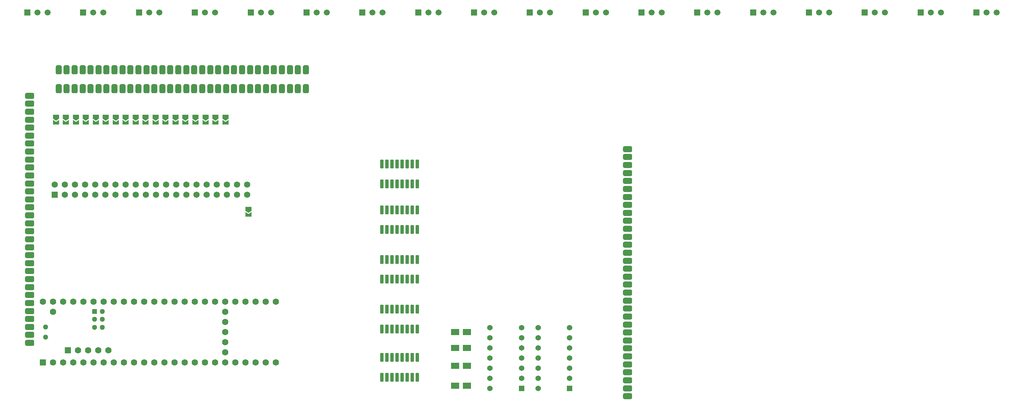
<source format=gbr>
%TF.GenerationSoftware,KiCad,Pcbnew,8.0.3-1.fc40*%
%TF.CreationDate,2024-06-20T20:24:08-04:00*%
%TF.ProjectId,sampler_split_sensor,73616d70-6c65-4725-9f73-706c69745f73,rev?*%
%TF.SameCoordinates,Original*%
%TF.FileFunction,Soldermask,Top*%
%TF.FilePolarity,Negative*%
%FSLAX46Y46*%
G04 Gerber Fmt 4.6, Leading zero omitted, Abs format (unit mm)*
G04 Created by KiCad (PCBNEW 8.0.3-1.fc40) date 2024-06-20 20:24:08*
%MOMM*%
%LPD*%
G01*
G04 APERTURE LIST*
G04 Aperture macros list*
%AMRoundRect*
0 Rectangle with rounded corners*
0 $1 Rounding radius*
0 $2 $3 $4 $5 $6 $7 $8 $9 X,Y pos of 4 corners*
0 Add a 4 corners polygon primitive as box body*
4,1,4,$2,$3,$4,$5,$6,$7,$8,$9,$2,$3,0*
0 Add four circle primitives for the rounded corners*
1,1,$1+$1,$2,$3*
1,1,$1+$1,$4,$5*
1,1,$1+$1,$6,$7*
1,1,$1+$1,$8,$9*
0 Add four rect primitives between the rounded corners*
20,1,$1+$1,$2,$3,$4,$5,0*
20,1,$1+$1,$4,$5,$6,$7,0*
20,1,$1+$1,$6,$7,$8,$9,0*
20,1,$1+$1,$8,$9,$2,$3,0*%
%AMFreePoly0*
4,1,6,0.500000,-0.750000,-0.650000,-0.750000,-0.150000,0.000000,-0.650000,0.750000,0.500000,0.750000,0.500000,-0.750000,0.500000,-0.750000,$1*%
%AMFreePoly1*
4,1,6,1.000000,0.000000,0.500000,-0.750000,-0.500000,-0.750000,-0.500000,0.750000,0.500000,0.750000,1.000000,0.000000,1.000000,0.000000,$1*%
G04 Aperture macros list end*
%ADD10RoundRect,0.381000X0.381000X-0.762000X0.381000X0.762000X-0.381000X0.762000X-0.381000X-0.762000X0*%
%ADD11RoundRect,0.381000X-0.381000X0.762000X-0.381000X-0.762000X0.381000X-0.762000X0.381000X0.762000X0*%
%ADD12R,1.500000X1.500000*%
%ADD13C,1.500000*%
%ADD14C,1.374000*%
%ADD15RoundRect,0.102000X0.585000X0.585000X-0.585000X0.585000X-0.585000X-0.585000X0.585000X-0.585000X0*%
%ADD16RoundRect,0.099250X0.297750X-0.987750X0.297750X0.987750X-0.297750X0.987750X-0.297750X-0.987750X0*%
%ADD17FreePoly0,270.000000*%
%ADD18FreePoly1,270.000000*%
%ADD19FreePoly1,0.000000*%
%ADD20FreePoly1,180.000000*%
%ADD21RoundRect,0.381000X-0.762000X-0.381000X0.762000X-0.381000X0.762000X0.381000X-0.762000X0.381000X0*%
%ADD22RoundRect,0.102000X-0.685000X-0.685000X0.685000X-0.685000X0.685000X0.685000X-0.685000X0.685000X0*%
%ADD23C,1.574000*%
%ADD24R,1.600000X1.600000*%
%ADD25C,1.600000*%
%ADD26R,1.300000X1.300000*%
%ADD27C,1.300000*%
G04 APERTURE END LIST*
D10*
%TO.C,J5*%
X23799999Y-50200000D03*
X25799998Y-50200000D03*
X27799999Y-50200000D03*
X29800000Y-50200000D03*
X31799999Y-50200000D03*
X33799999Y-50200000D03*
X35799999Y-50200000D03*
X37799999Y-50200000D03*
X39799998Y-50200000D03*
X41799999Y-50200000D03*
X43800000Y-50200000D03*
X45799999Y-50200000D03*
X47799999Y-50200000D03*
X49799999Y-50200000D03*
X51799999Y-50200000D03*
X53799999Y-50200000D03*
X55799999Y-50200000D03*
X57799998Y-50200000D03*
X59799999Y-50200000D03*
X61800000Y-50200000D03*
X63799999Y-50200000D03*
X65799999Y-50200000D03*
X67799999Y-50200000D03*
X69799999Y-50200000D03*
X71799998Y-50200000D03*
X73799999Y-50200000D03*
X75800000Y-50200000D03*
X77799999Y-50200000D03*
X79799999Y-50200000D03*
X81799999Y-50200000D03*
X83799999Y-50200000D03*
X85799999Y-50200000D03*
%TD*%
D11*
%TO.C,J4*%
X85800001Y-55000000D03*
X83800002Y-55000000D03*
X81800001Y-55000000D03*
X79800000Y-55000000D03*
X77800001Y-55000000D03*
X75800001Y-55000000D03*
X73800001Y-55000000D03*
X71800001Y-55000000D03*
X69800002Y-55000000D03*
X67800001Y-55000000D03*
X65800000Y-55000000D03*
X63800001Y-55000000D03*
X61800001Y-55000000D03*
X59800001Y-55000000D03*
X57800001Y-55000000D03*
X55800001Y-55000000D03*
X53800001Y-55000000D03*
X51800002Y-55000000D03*
X49800001Y-55000000D03*
X47800000Y-55000000D03*
X45800001Y-55000000D03*
X43800001Y-55000000D03*
X41800001Y-55000000D03*
X39800001Y-55000000D03*
X37800002Y-55000000D03*
X35800001Y-55000000D03*
X33800000Y-55000000D03*
X31800001Y-55000000D03*
X29800001Y-55000000D03*
X27800001Y-55000000D03*
X25800001Y-55000000D03*
X23800001Y-55000000D03*
%TD*%
D12*
%TO.C,U4*%
X43960000Y-35860000D03*
D13*
X46500000Y-35860000D03*
X49040000Y-35860000D03*
%TD*%
D12*
%TO.C,U14*%
X183960000Y-35860000D03*
D13*
X186500000Y-35860000D03*
X189040000Y-35860000D03*
%TD*%
D12*
%TO.C,U2*%
X15960000Y-35860000D03*
D13*
X18500000Y-35860000D03*
X21040000Y-35860000D03*
%TD*%
D12*
%TO.C,U5*%
X57960000Y-35860000D03*
D13*
X60500000Y-35860000D03*
X63040000Y-35860000D03*
%TD*%
D12*
%TO.C,U3*%
X29960000Y-35860000D03*
D13*
X32500000Y-35860000D03*
X35040000Y-35860000D03*
%TD*%
D12*
%TO.C,U12*%
X155960000Y-35860000D03*
D13*
X158500000Y-35860000D03*
X161040000Y-35860000D03*
%TD*%
D12*
%TO.C,U18*%
X239960000Y-35860000D03*
D13*
X242500000Y-35860000D03*
X245040000Y-35860000D03*
%TD*%
D12*
%TO.C,U17*%
X225960000Y-35860000D03*
D13*
X228500000Y-35860000D03*
X231040000Y-35860000D03*
%TD*%
D12*
%TO.C,U6*%
X71960000Y-35860000D03*
D13*
X74500000Y-35860000D03*
X77040000Y-35860000D03*
%TD*%
D12*
%TO.C,U8*%
X99960000Y-35860000D03*
D13*
X102500000Y-35860000D03*
X105040000Y-35860000D03*
%TD*%
D12*
%TO.C,U11*%
X141960000Y-35860000D03*
D13*
X144500000Y-35860000D03*
X147040000Y-35860000D03*
%TD*%
D12*
%TO.C,U7*%
X85960000Y-35860000D03*
D13*
X88500000Y-35860000D03*
X91040000Y-35860000D03*
%TD*%
D12*
%TO.C,U10*%
X127960000Y-35860000D03*
D13*
X130500000Y-35860000D03*
X133040000Y-35860000D03*
%TD*%
D12*
%TO.C,U19*%
X253960000Y-35860000D03*
D13*
X256500000Y-35860000D03*
X259040000Y-35860000D03*
%TD*%
D12*
%TO.C,U9*%
X113960000Y-35860000D03*
D13*
X116500000Y-35860000D03*
X119040000Y-35860000D03*
%TD*%
D12*
%TO.C,U15*%
X197960000Y-35860000D03*
D13*
X200500000Y-35860000D03*
X203040000Y-35860000D03*
%TD*%
D12*
%TO.C,U13*%
X169960000Y-35860000D03*
D13*
X172500000Y-35860000D03*
X175040000Y-35860000D03*
%TD*%
D12*
%TO.C,U16*%
X211960000Y-35860000D03*
D13*
X214500000Y-35860000D03*
X217040000Y-35860000D03*
%TD*%
D14*
%TO.C,BOARDSEL_ENABLE1*%
X131955686Y-130120000D03*
X131955686Y-127580000D03*
X131955686Y-125040000D03*
X131955686Y-122500000D03*
X131955686Y-119960000D03*
X131955686Y-117420000D03*
X131955686Y-114880000D03*
X139895686Y-114880000D03*
X139895686Y-117420000D03*
X139895686Y-119960000D03*
X139895686Y-122500000D03*
X139895686Y-125040000D03*
X139895686Y-127580000D03*
D15*
X139895686Y-130120000D03*
%TD*%
D16*
%TO.C,DG452_0*%
X104810686Y-127320000D03*
X106080686Y-127320000D03*
X107350686Y-127320000D03*
X108620686Y-127320000D03*
X109890686Y-127320000D03*
X111160686Y-127320000D03*
X112430686Y-127320000D03*
X113700686Y-127320000D03*
X113700686Y-122370000D03*
X112430686Y-122370000D03*
X111160686Y-122370000D03*
X109890686Y-122370000D03*
X108620686Y-122370000D03*
X107350686Y-122370000D03*
X106080686Y-122370000D03*
X104810686Y-122370000D03*
%TD*%
D17*
%TO.C,JP52*%
X33115686Y-63400000D03*
D18*
X33115686Y-61950000D03*
%TD*%
D17*
%TO.C,JP53*%
X35615686Y-63400000D03*
D18*
X35615686Y-61950000D03*
%TD*%
D16*
%TO.C,DG452_2*%
X104865686Y-102750000D03*
X106135686Y-102750000D03*
X107405686Y-102750000D03*
X108675686Y-102750000D03*
X109945686Y-102750000D03*
X111215686Y-102750000D03*
X112485686Y-102750000D03*
X113755686Y-102750000D03*
X113755686Y-97800000D03*
X112485686Y-97800000D03*
X111215686Y-97800000D03*
X109945686Y-97800000D03*
X108675686Y-97800000D03*
X107405686Y-97800000D03*
X106135686Y-97800000D03*
X104865686Y-97800000D03*
%TD*%
%TO.C,DG452_3*%
X104810686Y-90275000D03*
X106080686Y-90275000D03*
X107350686Y-90275000D03*
X108620686Y-90275000D03*
X109890686Y-90275000D03*
X111160686Y-90275000D03*
X112430686Y-90275000D03*
X113700686Y-90275000D03*
X113700686Y-85325000D03*
X112430686Y-85325000D03*
X111160686Y-85325000D03*
X109890686Y-85325000D03*
X108620686Y-85325000D03*
X107350686Y-85325000D03*
X106080686Y-85325000D03*
X104810686Y-85325000D03*
%TD*%
D19*
%TO.C,JP2*%
X122715686Y-124500000D03*
D20*
X126715686Y-124500000D03*
D12*
X123515686Y-124500000D03*
X125915686Y-124500000D03*
%TD*%
D19*
%TO.C,JP4*%
X122715686Y-116000000D03*
D20*
X126715686Y-116000000D03*
D12*
X123515686Y-116000000D03*
X125915686Y-116000000D03*
%TD*%
D16*
%TO.C,DG45_4*%
X104845686Y-78800000D03*
X106115686Y-78800000D03*
X107385686Y-78800000D03*
X108655686Y-78800000D03*
X109925686Y-78800000D03*
X111195686Y-78800000D03*
X112465686Y-78800000D03*
X113735686Y-78800000D03*
X113735686Y-73850000D03*
X112465686Y-73850000D03*
X111195686Y-73850000D03*
X109925686Y-73850000D03*
X108655686Y-73850000D03*
X107385686Y-73850000D03*
X106115686Y-73850000D03*
X104845686Y-73850000D03*
%TD*%
D19*
%TO.C,JP1*%
X122715686Y-129500000D03*
D20*
X126715686Y-129500000D03*
D12*
X123515686Y-129500000D03*
X125915686Y-129500000D03*
%TD*%
D17*
%TO.C,JP49*%
X25615686Y-63400000D03*
D18*
X25615686Y-61950000D03*
%TD*%
D17*
%TO.C,JP61*%
X55615686Y-63400000D03*
D18*
X55615686Y-61950000D03*
%TD*%
D17*
%TO.C,JP59*%
X50615686Y-63425000D03*
D18*
X50615686Y-61975000D03*
%TD*%
D17*
%TO.C,JP57*%
X45615686Y-63425000D03*
D18*
X45615686Y-61975000D03*
%TD*%
D17*
%TO.C,JP60*%
X53115686Y-63400000D03*
D18*
X53115686Y-61950000D03*
%TD*%
D17*
%TO.C,JP54*%
X38115686Y-63400000D03*
D18*
X38115686Y-61950000D03*
%TD*%
D17*
%TO.C,JP64*%
X63115686Y-63425000D03*
D18*
X63115686Y-61975000D03*
%TD*%
%TO.C,JP23*%
X71435686Y-85115000D03*
D17*
X71435686Y-86565000D03*
%TD*%
%TO.C,JP58*%
X48115686Y-63425000D03*
D18*
X48115686Y-61975000D03*
%TD*%
D17*
%TO.C,JP51*%
X30615686Y-63400000D03*
D18*
X30615686Y-61950000D03*
%TD*%
D21*
%TO.C,J2*%
X166515686Y-70100000D03*
X166515686Y-72100000D03*
X166515686Y-74100000D03*
X166515686Y-76100000D03*
X166515686Y-78100000D03*
X166515686Y-80100000D03*
X166515686Y-82100000D03*
X166515686Y-84100000D03*
X166515686Y-86100000D03*
X166515686Y-88100000D03*
X166515686Y-90100000D03*
X166515686Y-92100000D03*
X166515686Y-94100000D03*
X166515686Y-96100000D03*
X166515686Y-98100000D03*
X166515686Y-100100000D03*
X166515686Y-102100000D03*
X166515686Y-104100000D03*
X166515686Y-106100000D03*
X166515686Y-108100000D03*
X166515686Y-110100000D03*
X166515686Y-112100000D03*
X166515686Y-114100000D03*
X166515686Y-116100000D03*
X166515686Y-118100000D03*
X166515686Y-120100000D03*
X166515686Y-122100000D03*
X166515686Y-124100000D03*
X166515686Y-126100000D03*
X166515686Y-128100000D03*
X166515686Y-130100000D03*
X166515686Y-132100000D03*
%TD*%
%TO.C,J3*%
X16535686Y-56715000D03*
X16535686Y-58715000D03*
X16535686Y-60715000D03*
X16535686Y-62715000D03*
X16535686Y-64715000D03*
X16535686Y-66715000D03*
X16535686Y-68715000D03*
X16535686Y-70715000D03*
X16535686Y-72715000D03*
X16535686Y-74715000D03*
X16535686Y-76715000D03*
X16535686Y-78715000D03*
X16535686Y-80715000D03*
X16535686Y-82715000D03*
X16535686Y-84715000D03*
X16535686Y-86715000D03*
X16535686Y-88715000D03*
X16535686Y-90715000D03*
X16535686Y-92715000D03*
X16535686Y-94715000D03*
X16535686Y-96715000D03*
X16535686Y-98715000D03*
X16535686Y-100715000D03*
X16535686Y-102715000D03*
X16535686Y-104715000D03*
X16535686Y-106715000D03*
X16535686Y-108715000D03*
X16535686Y-110715000D03*
X16535686Y-112715000D03*
X16535686Y-114715000D03*
X16535686Y-116715000D03*
X16535686Y-118715000D03*
%TD*%
D17*
%TO.C,JP50*%
X28115686Y-63400000D03*
D18*
X28115686Y-61950000D03*
%TD*%
D19*
%TO.C,JP3*%
X122715686Y-120000000D03*
D20*
X126715686Y-120000000D03*
D12*
X123515686Y-120000000D03*
X125915686Y-120000000D03*
%TD*%
D17*
%TO.C,JP55*%
X40615686Y-63400000D03*
D18*
X40615686Y-61950000D03*
%TD*%
D16*
%TO.C,DG452_1*%
X104810686Y-115225000D03*
X106080686Y-115225000D03*
X107350686Y-115225000D03*
X108620686Y-115225000D03*
X109890686Y-115225000D03*
X111160686Y-115225000D03*
X112430686Y-115225000D03*
X113700686Y-115225000D03*
X113700686Y-110275000D03*
X112430686Y-110275000D03*
X111160686Y-110275000D03*
X109890686Y-110275000D03*
X108620686Y-110275000D03*
X107350686Y-110275000D03*
X106080686Y-110275000D03*
X104810686Y-110275000D03*
%TD*%
D17*
%TO.C,JP65*%
X65615686Y-63425000D03*
D18*
X65615686Y-61975000D03*
%TD*%
D17*
%TO.C,JP63*%
X60615686Y-63400000D03*
D18*
X60615686Y-61950000D03*
%TD*%
D17*
%TO.C,JP48*%
X23115686Y-63400000D03*
D18*
X23115686Y-61950000D03*
%TD*%
D22*
%TO.C,J1*%
X22775686Y-81540000D03*
D23*
X22775686Y-79000000D03*
X25315686Y-81540000D03*
X25315686Y-79000000D03*
X27855686Y-81540000D03*
X27855686Y-79000000D03*
X30395686Y-81540000D03*
X30395686Y-79000000D03*
X32935686Y-81540000D03*
X32935686Y-79000000D03*
X35475686Y-81540000D03*
X35475686Y-79000000D03*
X38015686Y-81540000D03*
X38015686Y-79000000D03*
X40555686Y-81540000D03*
X40555686Y-79000000D03*
X43095686Y-81540000D03*
X43095686Y-79000000D03*
X45635686Y-81540000D03*
X45635686Y-79000000D03*
X48175686Y-81540000D03*
X48175686Y-79000000D03*
X50715686Y-81540000D03*
X50715686Y-79000000D03*
X53255686Y-81540000D03*
X53255686Y-79000000D03*
X55795686Y-81540000D03*
X55795686Y-79000000D03*
X58335686Y-81540000D03*
X58335686Y-79000000D03*
X60875686Y-81540000D03*
X60875686Y-79000000D03*
X63415686Y-81540000D03*
X63415686Y-79000000D03*
X65955686Y-81540000D03*
X65955686Y-79000000D03*
X68495686Y-81540000D03*
X68495686Y-79000000D03*
X71035686Y-81540000D03*
X71035686Y-79000000D03*
%TD*%
D24*
%TO.C,U1*%
X19805686Y-123620000D03*
D25*
X22345686Y-123620000D03*
X24885686Y-123620000D03*
X27425686Y-123620000D03*
X29965686Y-123620000D03*
X32505686Y-123620000D03*
X35045686Y-123620000D03*
X37585686Y-123620000D03*
X40125686Y-123620000D03*
X42665686Y-123620000D03*
X45205686Y-123620000D03*
X47745686Y-123620000D03*
X50285686Y-123620000D03*
X52825686Y-123620000D03*
X55365686Y-123620000D03*
X57905686Y-123620000D03*
X60445686Y-123620000D03*
X62985686Y-123620000D03*
X65525686Y-123620000D03*
X68065686Y-123620000D03*
X70605686Y-123620000D03*
X73145686Y-123620000D03*
X75685686Y-123620000D03*
X78225686Y-123620000D03*
X78225686Y-108380000D03*
X75685686Y-108380000D03*
X73145686Y-108380000D03*
X70605686Y-108380000D03*
X68065686Y-108380000D03*
X65525686Y-108380000D03*
X62985686Y-108380000D03*
X60445686Y-108380000D03*
X57905686Y-108380000D03*
X55365686Y-108380000D03*
X52825686Y-108380000D03*
X50285686Y-108380000D03*
X47745686Y-108380000D03*
X45205686Y-108380000D03*
X42665686Y-108380000D03*
X40125686Y-108380000D03*
X37585686Y-108380000D03*
X35045686Y-108380000D03*
X32505686Y-108380000D03*
X29965686Y-108380000D03*
X27425686Y-108380000D03*
X24885686Y-108380000D03*
X22345686Y-108380000D03*
X19805686Y-108380000D03*
X22345686Y-110920000D03*
X65525686Y-121080000D03*
X65525686Y-118540000D03*
X65525686Y-116000000D03*
X65525686Y-113460000D03*
X65525686Y-110920000D03*
D24*
X26104886Y-120569200D03*
D25*
X28644886Y-120569200D03*
X31184886Y-120569200D03*
X33724886Y-120569200D03*
X36264886Y-120569200D03*
D26*
X32775686Y-110818400D03*
D27*
X32775686Y-112818400D03*
X32775686Y-114818400D03*
X34775686Y-114818400D03*
X34775686Y-112818400D03*
X34775686Y-110818400D03*
X20535686Y-114730000D03*
X20535686Y-117270000D03*
%TD*%
D15*
%TO.C,BOARDSEL_CMP1*%
X151955686Y-130160000D03*
D14*
X151955686Y-127620000D03*
X151955686Y-125080000D03*
X151955686Y-122540000D03*
X151955686Y-120000000D03*
X151955686Y-117460000D03*
X151955686Y-114920000D03*
X144015686Y-114920000D03*
X144015686Y-117460000D03*
X144015686Y-120000000D03*
X144015686Y-122540000D03*
X144015686Y-125080000D03*
X144015686Y-127620000D03*
X144015686Y-130160000D03*
%TD*%
D17*
%TO.C,JP56*%
X43115686Y-63425000D03*
D18*
X43115686Y-61975000D03*
%TD*%
D17*
%TO.C,JP62*%
X58115686Y-63400000D03*
D18*
X58115686Y-61950000D03*
%TD*%
M02*

</source>
